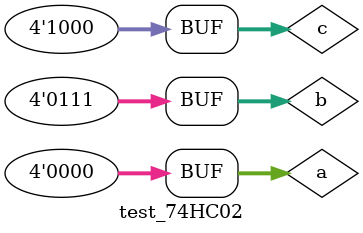
<source format=v>
`timescale 1ns/1ns
module test_74HC02;
    reg[3:0]a,b,c;
    wire[3:0]y;
W_74HC02 u1(a,b,y);
    initial
        begin
            a=4'b1111;c=4'b0001;
            b=~c;c=c<<1;
            #10 b=~c;c=c<<1;
            #10 b=~c;c=c<<1;
            #10 b=~c;
            a=4'b0000;c=4'b0001;
            b=~c;c=c<<1;
            #10 b=~c;c=c<<1;
            #10 b=~c;c=c<<1;
            #10 b=~c;
        end
endmodule
</source>
